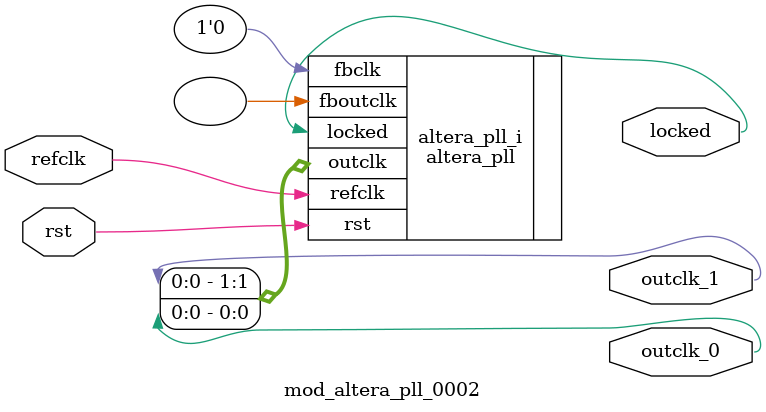
<source format=v>
`timescale 1ns/10ps
module  mod_altera_pll_0002(

	// interface 'refclk'
	input wire refclk,

	// interface 'reset'
	input wire rst,

	// interface 'outclk0'
	output wire outclk_0,

	// interface 'outclk1'
	output wire outclk_1,

	// interface 'locked'
	output wire locked
);

	altera_pll #(
		.fractional_vco_multiplier("true"),
		.reference_clock_frequency("50.0 MHz"),
		.operation_mode("direct"),
		.number_of_clocks(2),
		.output_clock_frequency0("5.360519 MHz"),
		.phase_shift0("0 ps"),
		.duty_cycle0(50),
		.output_clock_frequency1("24.575917 MHz"),
		.phase_shift1("0 ps"),
		.duty_cycle1(50),
		.output_clock_frequency2("0 MHz"),
		.phase_shift2("0 ps"),
		.duty_cycle2(50),
		.output_clock_frequency3("0 MHz"),
		.phase_shift3("0 ps"),
		.duty_cycle3(50),
		.output_clock_frequency4("0 MHz"),
		.phase_shift4("0 ps"),
		.duty_cycle4(50),
		.output_clock_frequency5("0 MHz"),
		.phase_shift5("0 ps"),
		.duty_cycle5(50),
		.output_clock_frequency6("0 MHz"),
		.phase_shift6("0 ps"),
		.duty_cycle6(50),
		.output_clock_frequency7("0 MHz"),
		.phase_shift7("0 ps"),
		.duty_cycle7(50),
		.output_clock_frequency8("0 MHz"),
		.phase_shift8("0 ps"),
		.duty_cycle8(50),
		.output_clock_frequency9("0 MHz"),
		.phase_shift9("0 ps"),
		.duty_cycle9(50),
		.output_clock_frequency10("0 MHz"),
		.phase_shift10("0 ps"),
		.duty_cycle10(50),
		.output_clock_frequency11("0 MHz"),
		.phase_shift11("0 ps"),
		.duty_cycle11(50),
		.output_clock_frequency12("0 MHz"),
		.phase_shift12("0 ps"),
		.duty_cycle12(50),
		.output_clock_frequency13("0 MHz"),
		.phase_shift13("0 ps"),
		.duty_cycle13(50),
		.output_clock_frequency14("0 MHz"),
		.phase_shift14("0 ps"),
		.duty_cycle14(50),
		.output_clock_frequency15("0 MHz"),
		.phase_shift15("0 ps"),
		.duty_cycle15(50),
		.output_clock_frequency16("0 MHz"),
		.phase_shift16("0 ps"),
		.duty_cycle16(50),
		.output_clock_frequency17("0 MHz"),
		.phase_shift17("0 ps"),
		.duty_cycle17(50),
		.pll_type("General"),
		.pll_subtype("General")
	) altera_pll_i (
		.rst	(rst),
		.outclk	({outclk_1, outclk_0}),
		.locked	(locked),
		.fboutclk	( ),
		.fbclk	(1'b0),
		.refclk	(refclk)
	);
endmodule


</source>
